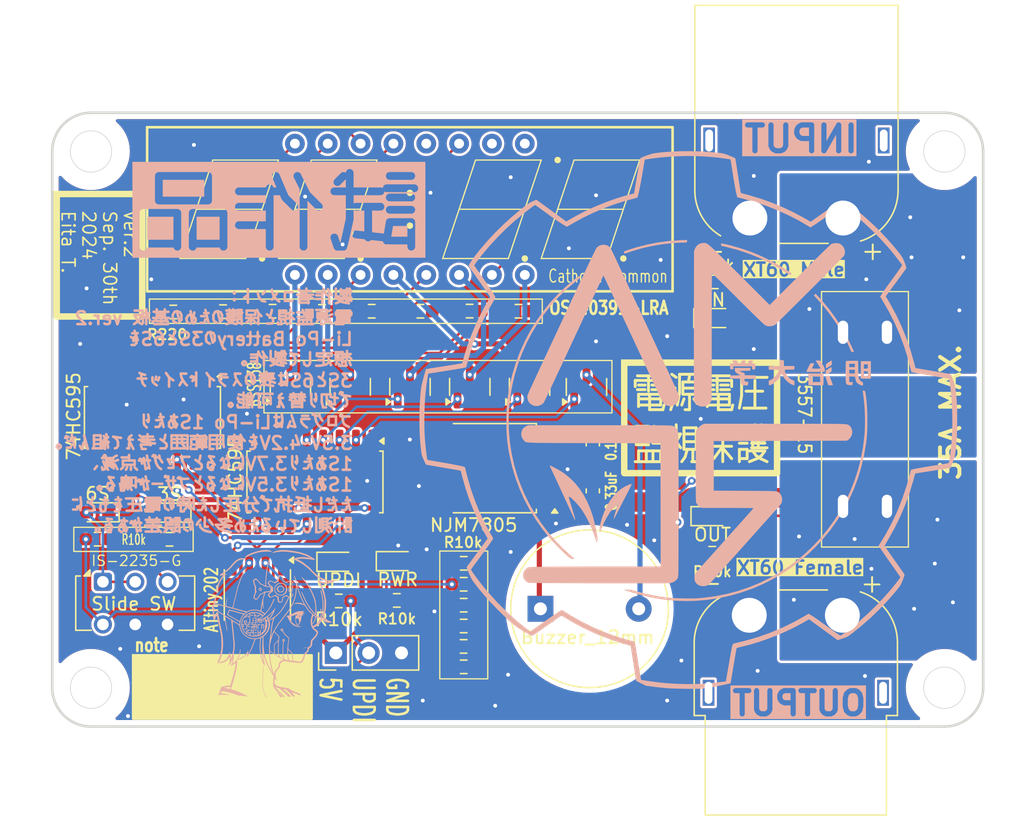
<source format=kicad_pcb>
(kicad_pcb (version 20240108) (generator "pcbnew") (generator_version "8.0")
  (layers (0 "F.Cu" signal) (31 "B.Cu" signal) (34 "B.Paste" user) (35 "F.Paste" user) (36 "B.SilkS" user "B.Silkscreen") (37 "F.SilkS" user "F.Silkscreen") (38 "B.Mask" user) (39 "F.Mask" user) (44 "Edge.Cuts" user))
  (net 0 "")
  (net 1 "+5V")
  (net 2 "Net-(BZ1--)")
  (net 3 "GND")
  (net 5 "Net-(LED1-C)")
  (net 6 "Net-(LED1-D)")
  (net 7 "digit3")
  (net 8 "Net-(LED1-B)")
  (net 9 "digit2")
  (net 10 "digit1")
  (net 11 "Net-(LED1-A)")
  (net 13 "Net-(LED1-DP)")
  (net 14 "Net-(LED1-G)")
  (net 15 "digit4")
  (net 16 "dots")
  (net 17 "Net-(LED1-F)")
  (net 18 "Net-(LED1-E)")
  (net 20 "Net-(LED2-K)")
  (net 21 "Net-(LED3-K)")
  (net 22 "Net-(LED4-K)")
  (net 23 "Net-(Q1-G)")
  (net 24 "Net-(Q2-G)")
  (net 25 "Net-(Q3-G)")
  (net 26 "Net-(Q4-G)")
  (net 27 "Net-(Q5-G)")
  (net 28 "mosfet_buzz")
  (net 29 "A")
  (net 30 "B")
  (net 31 "C")
  (net 32 "D")
  (net 33 "E")
  (net 34 "F")
  (net 35 "G")
  (net 36 "DP")
  (net 37 "Net-(U1-SER)")
  (net 38 "Net-(U1-SRCLK)")
  (net 39 "Net-(U1-QH')")
  (net 41 "Net-(U1-RCLK)")
  (net 44 "VCC")
  (net 45 "Net-(R13-Pad2)")
  (net 46 "Net-(J1-VOUT)")
  (net 47 "Net-(R14-Pad2)")
  (net 48 "Net-(R15-Pad2)")
  (net 49 "Net-(R16-Pad2)")
  (net 50 "reference")
  (net 51 "mode")
  (net 52 "Net-(LED5-K)")
  (net 53 "Net-(LED6-A)")
  (net 54 "Net-(LED6-K)")
  (net 55 "UPDI")
  (net 56 "Net-(LED7-K)")
  (footprint "Capacitor_SMD:C_0603_1608Metric_Pad1.08x0.95mm_HandSolder" (layer "F.Cu") (at 151.15 97.7425 -90)
    (property "Reference" "C2" (hide yes))
    (property "Value" "0.1uF")
  )
  (footprint "Connector_AMASS:AMASS_XT60PW-M_1x02_P7.20mm_Horizontal" (layer "F.Cu") (at 163.3 80.26)
    (property "Reference" "J2" (hide yes))
    (property "Value" "XT60_Male_Horizontal" (hide yes))
  )
  (footprint "Resistor_SMD:R_0603_1608Metric_Pad0.98x0.95mm_HandSolder" (layer "F.Cu") (at 145.4025 87.47)
    (property "Reference" "R8" (hide yes))
    (property "Value" "R220" (hide yes))
  )
  (footprint "Buzzer_Beeper:Buzzer_12x9.5RM7.6" (layer "F.Cu") (at 147.1 110.5)
    (property "Reference" "BZ1" (hide yes))
    (property "Value" "Buzzer_12mm")
  )
  (footprint "Resistor_SMD:R_0603_1608Metric_Pad0.98x0.95mm_HandSolder" (layer "F.Cu") (at 130.2075 87.48)
    (property "Reference" "R4" (hide yes))
    (property "Value" "R220" (hide yes))
  )
  (footprint "00_mylib:FuseHolder_3557_15" (layer "F.Cu") (at 172.5 96.1 -90)
    (property "Reference" "F1" (hide yes))
    (property "Value" "3557-15")
  )
  (footprint "Resistor_SMD:R_0603_1608Metric_Pad0.98x0.95mm_HandSolder" (layer "F.Cu") (at 141.1675 106.98 180)
    (property "Reference" "R18" (hide yes))
    (property "Value" "R10k")
  )
  (footprint "Package_TO_SOT_SMD:TO-252-2" (layer "F.Cu") (at 143.475 99.6175 180)
    (property "Reference" "LDO1" (hide yes))
    (property "Value" "NJM7805")
  )
  (footprint "Connector_AMASS:AMASS_XT60PW-F_1x02_P7.20mm_Horizontal" (layer "F.Cu") (at 163.25 111 180)
    (property "Reference" "J1" (hide yes))
    (property "Value" "XT60_Female_Horizontal" (hide yes))
  )
  (footprint "Resistor_SMD:R_0603_1608Metric_Pad0.98x0.95mm_HandSolder" (layer "F.Cu") (at 134.0475 87.47)
    (property "Reference" "R5" (hide yes))
    (property "Value" "R220" (hide yes))
  )
  (footprint "Resistor_SMD:R_0603_1608Metric_Pad0.98x0.95mm_HandSolder" (layer "F.Cu") (at 118.4125 105.12 180)
    (property "Reference" "R20" (hide yes))
    (property "Value" "R10k" (hide yes))
  )
  (footprint "Resistor_SMD:R_0603_1608Metric_Pad0.98x0.95mm_HandSolder" (layer "F.Cu") (at 137.8175 87.47)
    (property "Reference" "R6" (hide yes))
    (property "Value" "R220" (hide yes))
  )
  (footprint "Package_SO:SOP-16_4.55x10.3mm_P1.27mm" (layer "F.Cu") (at 129.66 100.68 -90)
    (property "Reference" "U1" (hide yes))
    (property "Value" "74HC595")
  )
  (footprint "Capacitor_SMD:C_0603_1608Metric_Pad1.08x0.95mm_HandSolder" (layer "F.Cu") (at 151.15 101.3725 90)
    (property "Reference" "C1" (hide yes))
    (property "Value" "0.33uF")
  )
  (footprint "Resistor_SMD:R_0603_1608Metric_Pad0.98x0.95mm_HandSolder" (layer "F.Cu") (at 112.8525 105.11 180)
    (property "Reference" "R19" (hide yes))
    (property "Value" "R10k")
  )
  (footprint "Resistor_SMD:R_0603_1608Metric_Pad0.98x0.95mm_HandSolder" (layer "F.Cu") (at 141.1625 111.83 180)
    (property "Reference" "R15" (hide yes))
    (property "Value" "R10k" (hide yes))
  )
  (footprint "Package_TO_SOT_SMD:SOT-23" (layer "F.Cu") (at 150.66 93.33 90)
    (property "Reference" "Q6" (hide yes))
    (property "Value" "BSS138" (hide yes))
  )
  (footprint "Button_Switch_THT:SW_CK_JS202011CQN_DPDT_Straight" (layer "F.Cu") (at 113.26 108.41)
    (property "Reference" "SW2" (hide yes))
    (property "Value" "Slide SW")
  )
  (footprint "Package_TO_SOT_SMD:SOT-23" (layer "F.Cu") (at 127.76 93.3225 90)
    (property "Reference" "Q1" (hide yes))
    (property "Value" "BSS138" (hide yes))
  )
  (footprint "Package_TO_SOT_SMD:SOT-23" (layer "F.Cu") (at 146.26 93.3225 90)
    (property "Reference" "Q5" (hide yes))
    (property "Value" "BSS138" (hide yes))
  )
  (footprint "Package_SO:SOP-16_4.55x10.3mm_P1.27mm" (layer "F.Cu") (at 117.09 95.69 -90)
    (property "Reference" "U2" (hide yes))
    (property "Value" "74HC595")
  )
  (footprint "Package_TO_SOT_SMD:SOT-23" (layer "F.Cu") (at 141.635 93.3225 90)
    (property "Reference" "Q4" (hide yes))
    (property "Value" "BSS138" (hide yes))
  )
  (footprint "Resistor_SMD:R_0603_1608Metric_Pad0.98x0.95mm_HandSolder" (layer "F.Cu") (at 118.7025 87.53)
    (property "Reference" "R1" (hide yes))
    (property "Value" "R220")
  )
  (footprint "Resistor_SMD:R_0603_1608Metric_Pad0.98x0.95mm_HandSolder" (layer "F.Cu") (at 122.5525 87.5)
    (property "Reference" "R2" (hide yes))
    (property "Value" "R220" (hide yes))
  )
  (footprint "Resistor_SMD:R_0603_1608Metric_Pad0.98x0.95mm_HandSolder" (layer "F.Cu") (at 141.1625 108.6 180)
    (property "Reference" "R17" (hide yes))
    (property "Value" "R10k" (hide yes))
  )
  (footprint "LED_SMD:LED_0603_1608Metric_Pad1.05x0.95mm_HandSolder" (layer "F.Cu") (at 160.405 103.33)
    (property "Reference" "LED3" (hide yes))
    (property "Value" "OUT")
  )
  (footprint "LED_SMD:LED_0603_1608Metric_Pad1.05x0.95mm_HandSolder" (layer "F.Cu") (at 131.475 106.86)
    (property "Reference" "LED7" (hide yes))
    (property "Value" "UPDI")
  )
  (footprint "Resistor_SMD:R_0603_1608Metric_Pad0.98x0.95mm_HandSolder" (layer "F.Cu") (at 160.5875 85.2)
    (property "Reference" "R10" (hide yes))
    (property "Value" "R10k")
  )
  (footprint "LED_SMD:LED_0603_1608Metric_Pad1.05x0.95mm_HandSolder" (layer "F.Cu") (at 160.625 88)
    (property "Reference" "LED2" (hide yes))
    (property "Value" "IN")
  )
  (footprint "00_mylib:OSL40391_CathodeCommon" (layer "F.Cu") (at 137.02 79.59)
    (property "Reference" "LED1" (hide yes))
    (property "Value" "OSL40391_CathodeCommon" (hide yes))
  )
  (footprint "Package_TO_SOT_SMD:SOT-23" (layer "F.Cu") (at 137.01 93.3225 90)
    (property "Reference" "Q3" (hide yes))
    (property "Value" "BSS138" (hide yes))
  )
  (footprint "Package_TO_SOT_SMD:SOT-23" (layer "F.Cu") (at 132.385 93.3225 90)
    (property "Reference" "Q2" (hide yes))
    (property "Value" "BSS138" (hide yes))
  )
  (footprint "Package_SO:SOIC-8_3.9x4.9mm_P1.27mm" (layer "F.Cu") (at 125.205 109.43 -90)
    (property "Reference" "U3" (hide yes))
    (property "Value" "ATtiny202")
  )
  (footprint "Resistor_SMD:R_0603_1608Metric_Pad0.98x0.95mm_HandSolder" (layer "F.Cu") (at 141.1625 114.99 180)
    (property "Reference" "R13" (hide yes))
    (property "Value" "R10k" (hide yes))
  )
  (footprint "Connector_PinHeader_2.54mm:PinHeader_1x03_P2.54mm_Vertical" (layer "F.Cu") (at 131.275 113.91 90)
    (property "Reference" "J3" (hide yes))
    (property "Value" "Conn_01x03_Pin_QI" (hide yes))
  )
  (footprint "Resistor_SMD:R_0603_1608Metric_Pad0.98x0.95mm_HandSolder" (layer "F.Cu") (at 135.99 109.85)
    (property "Reference" "R12" (hide yes))
    (property "Value" "R10k")
  )
  (footprint "Resistor_SMD:R_0603_1608Metric_Pad0.98x0.95mm_HandSolder" (layer "F.Cu") (at 160.3875 106.2)
    (property "Reference" "R11" (hide yes))
    (property "Value" "R10k")
  )
  (footprint "Resistor_SMD:R_0603_1608Metric_Pad0.98x0.95mm_HandSolder" (layer "F.Cu") (at 126.38 87.47)
    (property "Reference" "R3" (hide yes))
    (property "Value" "R220" (hide yes))
  )
  (footprint "Resistor_SMD:R_0603_1608Metric_Pad0.98x0.95mm_HandSolder" (layer "F.Cu") (at 141.6175 87.46)
    (property "Reference" "R7" (hide yes))
    (property "Value" "R220" (hide yes))
  )
  (footprint "LED_SMD:LED_0603_1608Metric_Pad1.05x0.95mm_HandSolder" (layer "F.Cu") (at 136.065 106.81)
    (property "Reference" "LED4" (hide yes))
    (property "Value" "PWR")
  )
  (footprint "LED_SMD:LED_0603_1608Metric_Pad1.05x0.95mm_HandSolder" (layer "F.Cu") (at 112.8525 103.03 180)
    (property "Reference" "LED5" (hide yes))
    (property "Value" "6S")
  )
  (footprint "Resistor_SMD:R_0603_1608Metric_Pad0.98x0.95mm_HandSolder" (layer "F.Cu") (at 131.5075 109.89)
    (property "Reference" "R21" (hide yes))
    (property "Value" "R10k")
  )
  (footprint "Resistor_SMD:R_0603_1608Metric_Pad0.98x0.95mm_HandSolder" (layer "F.Cu") (at 141.1625 110.22 180)
    (property "Reference" "R16" (hide yes))
    (property "Value" "R10k" (hide yes))
  )
  (footprint "Resistor_SMD:R_0603_1608Metric_Pad0.98x0.95mm_HandSolder" (layer "F.Cu") (at 141.155 113.41 180)
    (property "Reference" "R14" (hide yes))
    (property "Value" "R10k" (hide yes))
  )
  (footprint "LED_SMD:LED_0603_1608Metric_Pad1.05x0.95mm_HandSolder" (layer "F.Cu") (at 118.41 103.06 180)
    (property "Reference" "LED6" (hide yes))
    (property "Value" "3S")
  )
  (footprint "LOGO" (layer "B.Cu") (at 122.6 110.9 180)
    (property "Reference" "G***" (hide yes))
    (property "Value" "LOGO" (hide yes))
  )
  (footprint "LOGO" (layer "B.Cu") (at 158.53 95.89 180)
    (property "Reference" "G***" (hide yes))
    (property "Value" "LOGO" (hide yes))
  )
  (gr_rect (start 116.855 86.53) (end 147.24 88.41) (stroke (width 0.1)) (fill none) (layer "F.SilkS"))
  (gr_rect (start 153.58 91.45) (end 165.4 100) (stroke (width 0.5)) (fill none) (layer "F.SilkS"))
  (gr_rect (start 115.6 114.1) (end 129.4 119) (stroke (width 0.2)) (fill solid) (layer "F.SilkS"))
  (gr_rect (start 125.72 91.28) (end 152.63 95.34) (stroke (width 0.1)) (fill none) (layer "F.SilkS"))
  (gr_rect (start 111.01 104.19) (end 120.24 106.06) (stroke (width 0.1)) (fill none) (layer "F.SilkS"))
  (gr_rect (start 139.315 106.03) (end 143.025 115.92) (stroke (width 0.1)) (fill none) (layer "F.SilkS"))
  (gr_rect (start 109.69 78.4) (end 116.3 87.88) (stroke (width 0.5)) (fill none) (layer "F.SilkS"))
  (gr_circle (center 178.34 116.61) (end 179.94 116.61) (stroke (width 0.05)) (fill none) (layer "Edge.Cuts"))
  (gr_arc (start 109.34 75.11) (mid 110.21868 72.98868) (end 112.34 72.11) (stroke (width 0.2)) (layer "Edge.Cuts"))
  (gr_line (start 112.34 72.11) (end 178.34 72.11) (stroke (width 0.2)) (layer "Edge.Cuts"))
  (gr_line (start 178.34 119.61) (end 112.34 119.61) (stroke (width 0.2)) (layer "Edge.Cuts"))
  (gr_line (start 181.34 75.11) (end 181.34 116.61) (stroke (width 0.2)) (layer "Edge.Cuts"))
  (gr_line (start 109.34 116.61) (end 109.34 75.11) (stroke (width 0.2)) (layer "Edge.Cuts"))
  (gr_circle (center 178.34 75.11) (end 179.94 75.11) (stroke (width 0.05)) (fill none) (layer "Edge.Cuts"))
  (gr_arc (start 112.34 119.61) (mid 110.21868 118.73132) (end 109.34 116.61) (stroke (width 0.2)) (layer "Edge.Cuts"))
  (gr_circle (center 112.34 116.61) (end 113.94 116.61) (stroke (width 0.05)) (fill none) (layer "Edge.Cuts"))
  (gr_arc (start 178.34 72.11) (mid 180.46132 72.98868) (end 181.34 75.11) (stroke (width 0.2)) (layer "Edge.Cuts"))
  (gr_arc (start 181.34 116.61) (mid 180.46132 118.73132) (end 178.34 119.61) (stroke (width 0.2)) (layer "Edge.Cuts"))
  (gr_circle (center 112.34 75.11) (end 113.94 75.11) (stroke (width 0.05)) (fill none) (layer "Edge.Cuts"))
  (gr_text "試作品" (at 138.22 83.12 0) (layer "B.SilkS" knockout) (effects (font (size 5 5) (thickness 0.6) (bold yes)) (justify left bottom mirror)))
  (gr_text "INPUT" (at 171.86 75.32 0) (layer "B.SilkS" knockout) (effects (font (size 2 2) (thickness 0.4) (bold yes)) (justify left bottom mirror)))
  (gr_text "OUTPUT" (at 172.48 118.87 0) (layer "B.SilkS" knockout) (effects (font (size 1.8 1.8) (thickness 0.4) (bold yes)) (justify left bottom mirror)))
  (gr_text "製作者コメント：\n電源監視と保護のための基板 ver.2\nLi-Po Batteryの3Sと6Sを\n想定して製作。\n3Sと6Sは表のスライドスイッチ\nで切り替え可能。\nプログラムはLi-Po 1Sあたり\n3.5V~4.2Vを使用範囲と考えて組んだ。\n1Sあたり3.7Vになると7セグが点滅、\n1Sあたり3.5Vになるとブザーが鳴る。\nただし抵抗で分圧した時の電圧をもとに\n計測しているため多少の誤差がある。" (at 132.7 104.7 0) (layer "B.SilkS") (effects (font (size 1 1) (thickness 0.2) (bold yes)) (justify left bottom mirror)))
  (gr_text "ver.2\nSep. 30th\n2024\nEita T." (at 109.98 79.61 270) (layer "F.SilkS") (effects (font (size 1 1) (thickness 0.125)) (justify left bottom)))
  (gr_text "XT60 Female" (at 162.2 107.9 0) (layer "F.SilkS" knockout) (effects (font (size 1 1) (thickness 0.2) (bold yes)) (justify left bottom)))
  (gr_text "IS-2235-G" (at 112.3 107.25 0) (layer "F.SilkS") (effects (font (size 0.8 0.8) (thickness 0.1)) (justify left bottom)))
  (gr_text "BSS138" (at 125.57 94.95 90) (layer "F.SilkS") (effects (font (size 1 0.6) (thickness 0.125)) (justify left bottom)))
  (gr_text "note" (at 115.6 113.9 0) (layer "F.SilkS") (effects (font (size 1 0.8) (thickness 0.2) (bold yes)) (justify left bottom)))
  (gr_text "XT60 Male" (at 162.68 84.84 0) (layer "F.SilkS" knockout) (effects (font (size 1 1) (thickness 0.2) (bold yes)) (justify left bottom)))
  (gr_text "35A MAX." (at 179.7 100.7 90) (layer "F.SilkS") (effects (font (size 1.5 1.5) (thickness 0.3) (bold yes)) (justify left bottom)))
  (gr_text "電源電圧\n監視保護" (at 154.11 99.43 0) (layer "F.SilkS") (effects (font (size 2.5 1.8) (thickness 0.225)) (justify left bottom)))
  (gr_text "OSL40391-LRA" (at 147.67 87.8 0) (layer "F.SilkS") (effects (font (size 1 0.8) (thickness 0.2) (bold yes)) (justify left bottom)))
  (gr_text "GND\nUPDI\n5V" (at 129.895 115.68 270) (layer "F.SilkS") (effects (font (size 1.6 1) (thickness 0.2) (bold yes)) (justify left bottom)))
  (segment (start 127.155 106.955) (end 127.11 106.955) (width 0.4) (layer "F.Cu") (net 1))
  (segment (start 137.4825 102.9175) (end 139.6 102.9175) (width 0.4) (layer "F.Cu") (net 1))
  (segment (start 147.015 98.8375) (end 147.015 110.415) (width 0.4) (layer "F.Cu") (net 1))
  (segment (start 147.015 110.415) (end 147.1 110.5) (width 0.4) (layer "F.Cu") (net 1))
  (segment (start 132.8 105.985) (end 133.8 105.985) (width 0.4) (layer "F.Cu") (net 1))
  (segment (start 136.94 106.81) (end 136.94 105.5775) (width 0.2) (layer "F.Cu") (net 1))
  (segment (start 139.6 102.9175) (end 145.441168 102.9175) (width 0.4) (layer "F.Cu") (net 1))
  (segment (start 129.5 109.3) (end 127.155 106.955) (width 0.4) (layer "F.Cu") (net 1))
  (segment (start 134.105 104.68) (end 132.8 105.985) (width 0.4) (layer "F.Cu") (net 1))
  (segment (start 151.15 96.88) (end 148.9725 96.88) (width 1.5) (layer "F.Cu") (net 1))
  (segment (start 132.925 106.86) (end 133.8 105.985) (width 0.4) (layer "F.Cu") (net 1))
  (segment (start 126.485 103.93) (end 126.485 103.485) (width 0.4) (layer "F.Cu") (net 1))
  (segment (start 146 98.4) (end 146 102.358668) (width 0.4) (layer "F.Cu") (net 1))
  (segment (start 148.9725 96.88) (end 148.515 97.3375) (width 1.5) (layer "F.Cu") (net 1))
  (segment (start 133.8 105.985) (end 134.415 105.985) (width 0.4) (layer "F.Cu") (net 1))
  (segment (start 126.485 103.485) (end 125.7 102.7) (width 0.4) (layer "F.Cu") (net 1))
  (segment (start 127.11 106.955) (end 128.08 105.985) (width 0.4) (layer "F.Cu") (net 1))
  (segment (start 148.515 97.3375) (end 147.0625 97.3375) (width 0.4) (layer "F.Cu") (net 1))
  (segment (start 147.0625 97.3375) (end 146 98.4) (width 0.4) (layer "F.Cu") (net 1))
  (segment (start 112.7275 107.8775) (end 113.26 108.41) (width 0.2) (layer "F.Cu") (net 1))
  (segment (start 133.3075 107.8175) (end 132.35 106.86) (width 0.4) (layer "F.Cu") (net 1))
  (segment (start 116.227501 102.0525) (end 124.6475 102.0525) (width 0.4) (layer "F.Cu") (net 1))
  (segment (start 145.441168 102.9175) (end 146 102.358668) (width 0.4) (layer "F.Cu") (net 1))
  (segment (start 121.535 98.94) (end 124.6475 102.0525) (width 0.4) (layer "F.Cu") (net 1))
  (segment (start 136.94 105.5775) (end 139.6 102.9175) (width 0.2) (layer "F.Cu") (net 1))
  (segment (start 134.415 105.985) (end 137.4825 102.9175) (width 0.4) (layer "F.Cu") (net 1))
  (segment (start 125.295 102.7) (end 125.7 102.7) (width 0.4) (layer "F.Cu") (net 1))
  (segment (start 125.7 102.7) (end 128.4 102.7) (width 0.4) (layer "F.Cu") (net 1))
  (segment (start 124.6475 102.0525) (end 125.295 102.7) (width 0.4) (layer "F.Cu") (net 1))
  (segment (start 113.915 99.739999) (end 116.227501 102.0525) (width 0.4) (layer "F.Cu") (net 1))
  (segment (start 134.105 103.93) (end 134.105 104.68) (width 0.4) (layer "F.Cu") (net 1))
  (segment (start 133.3075 111.8775) (end 133.3075 107.8175) (width 0.4) (layer "F.Cu") (net 1))
  (segment (start 132.35 106.86) (end 132.925 106.86) (width 0.4) (layer "F.Cu") (net 1))
  (segment (start 131.275 113.91) (end 133.3075 111.8775) (width 0.4) (layer "F.Cu") (net 1))
  (segment (start 133.5 102.7) (end 137.265 102.7) (width 0.4) (layer "F.Cu") (net 1))
  (segment (start 137.265 102.7) (end 137.4825 102.9175) (width 0.4) (layer "F.Cu") (net 1))
  (segment (start 131.275 113.91) (end 129.5 112.135) (width 0.4) (layer "F.Cu") (net 1))
  (segment (start 113.915 98.94) (end 113.915 99.739999) (width 0.4) (layer "F.Cu") (net 1))
  (segment (start 113.26 108.41) (end 115.76 108.41) (width 0.2) (layer "F.Cu") (net 1))
  (segment (start 129.5 112.135) (end 129.5 109.3) (width 0.4) (layer "F.Cu") (net 1))
  (segment (start 128.08 105.985) (end 132.8 105.985) (width 0.4) (layer "F.Cu") (net 1))
  (segment (start 147.015 98.8375) (end 148.515 97.3375) (width 0.4) (layer "F.Cu") (net 1))
  (via (at 133.5 102.7) (size 0.6) (drill 0.3) (layers "F.Cu" "B.Cu") (net 1))
  (via (at 111.9775 103.03) (size 0.6) (drill 0.3) (layers "F.Cu" "B.Cu") (net 1))
  (via (at 128.4 102.7) (size 0.6) (drill 0.3) (layers "F.Cu" "B.Cu") (net 1))
  (via (at 116.227501 102.0525) (size 0.6) (drill 0.3) (layers "F.Cu" "B.Cu") (net 1))
  (segment (start 113.26 104.3125) (end 113.26 108.41) (width 0.2) (layer "B.Cu") (net 1))
  (segment (start 111.9775 103.03) (end 113.26 104.3125) (width 0.2) (layer "B.Cu") (net 1))
  (segment (start 111.9775 103.03) (end 115.250001 103.03) (width 0.2) (layer "B.Cu") (net 1))
  (segment (start 115.250001 103.03) (end 116.227501 102.0525) (width 0.2) (layer "B.Cu") (net 1))
  (segment (start 128.4 102.7) (end 133.5 102.7) (width 0.4) (layer "B.Cu") (net 1))
  (via (at 150.66 92.3925) (size 0.6) (drill 0.3) (layers "F.Cu" "B.Cu") (net 2))
  (segment (start 154.8 110.4) (end 154.7 110.5) (width 0.4) (layer "B.Cu") (net 2))
  (segment (start 154.8 96.5325) (end 154.8 110.4) (width 0.4) (layer "B.Cu") (net 2))
  (segment (start 154.8 96.5325) (end 150.66 92.3925) (width 0.4) (layer "B.Cu") (net 2))
  (via (at 163.6 77) (size 0.6) (drill 0.3) (layers "F.Cu" "B.Cu") (net 3))
  (via (at 133.7 100.6) (size 0.6) (drill 0.3) (layers "F.Cu" "B.Cu") (net 3))
  (via (at 131.8 82.3) (size 0.6) (drill 0.3) (layers "F.Cu" "B.Cu") (net 3))
  (via (at 120.3 74.6) (size 0.6) (drill 0.3) (layers "F.Cu" "B.Cu") (net 3))
  (via (at 119.5 94.3) (size 0.6) (drill 0.3) (layers "F.Cu" "B.Cu") (net 3))
  (via (at 137 97.4) (size 0.6) (drill 0.3) (layers "F.Cu" "B.Cu") (net 3))
  (via (at 138.6 78.3) (size 0.6) (drill 0.3) (layers "F.Cu" "B.Cu") (net 3))
  (via (at 156.9 89.4) (size 0.6) (drill 0.3) (layers "F.Cu" "B.Cu") (net 3))
  (via (at 137.7 101) (size 0.6) (drill 0.3) (layers "F.Cu" "B.Cu") (net 3))
  (via (at 163.6 90.4) (size 0.6) (drill 0.3) (layers "F.Cu" "B.Cu") (net 3))
  (via (at 149.3 82.6) (size 0.6) (drill 0.3) (layers "F.Cu" "B.Cu") (net 3))
  (via (at 144.8 106.1) (size 0.6) (drill 0.3) (layers "F.Cu" "B.Cu") (net 3))
  (via (at 138 117.6) (size 0.6) (drill 0.3) (layers "F.Cu" "B.Cu") (net 3))
  (via (at 155.9 105.2) (size 0.6) (drill 0.3) (layers "F.Cu" "B.Cu") (net 3))
  (via (at 138.9 110.7) (size 0.6) (drill 0.3) (layers "F.Cu" "B.Cu") (net 3))
  (via (at 151.4 89.8) (size 0.6) (drill 0.3) (layers "F.Cu" "B.Cu") (net 3))
  (via (at 153.8 104) (size 0.6) (drill 0.3) (layers "F.Cu" "B.Cu") (net 3))
  (via (at 172.5 75.9) (size 0.6) (drill 0.3) (layers "F.Cu" "B.Cu") (net 3))
  (via (at 120.7 113.4) (size 0.6) (drill 0.3) (layers "F.Cu" "B.Cu") (net 3))
  (via (at 156.9 117.6) (size 0.6) (drill 0.3) (layers "F.Cu" "B.Cu") (net 3))
  (via (at 159.5 95.8) (size 0.6) (drill 0.3) (layers "F.Cu" "B.Cu") (net 3))
  (via (at 163.9 115.3) (size 0.6) (drill 0.3) (layers "F.Cu" "B.Cu") (net 3))
  (via (at 111.5 90) (size 0.6) (drill 0.3) (layers "F.Cu" "B.Cu") (net 3))
  (via (at 144.6 115.6) (size 0.6) (drill 0.3) (layers "F.Cu" "B.Cu") (net 3))
  (via (at 151.4 78.5) (size 0.6) (drill 0.3) (layers "F.Cu" "B.Cu") (net 3))
  (via (at 138.3 105.9) (size 0.6) (drill 0.3) (layers "F.Cu" "B.Cu") (net 3))
  (via (at 128.9 78.6) (size 0.6) (drill 0.3) (layers "F.Cu" "B.Cu") (net 3))
  (via (at 156.4 83.5) (size 0.6) (drill 0.3) (layers "F.Cu" "B.Cu") (net 3))
  (via (at 136.1 105.6) (size 0.6) (drill 0.3) (layers "F.Cu" "B.Cu") (net 3))
  (via (at 114.6 113.6) (size 0.6) (drill 0.3) (layers "F.Cu" "B.Cu") (net 3))
  (via (at 158 114.5) (size 0.6) (drill 0.3) (layers "F.Cu" "B.Cu") (net 3))
  (via (at 148.3 103.9) (size 0.6) (drill 0.3) (layers "F.Cu" "B.Cu") (net 3))
  (via (at 143.6 118) (size 0.6) (drill 0.3) (layers "F.Cu" "B.Cu") (net 3))
  (via (at 172.2 115.7) (size 0.6) (drill 0.3) (layers "F.Cu" "B.Cu") (net 3))
  (via (at 149.2 99.7) (size 0.6) (drill 0.3) (layers "F.Cu" "B.Cu") (net 3))
  (via (at 115.1 94.7) (size 0.6) (drill 0.3) (layers "F.Cu" "B.Cu") (net 3))
  (via (at 124.4 95.4) (size 0.6) (drill 0.3) (layers "F.Cu" "B.Cu") (net 3))
  (via (at 117 85) (size 0.6) (drill 0.3) (layers "F.Cu" "B.Cu") (net 3))
  (via (at 112 85.7) (size 0.6) (drill 0.3) (layers "F.Cu" "B.Cu") (net 3))
  (via (at 115.2 118.8) (size 0.6) (drill 0.3) (layers "F.Cu" "B.Cu") (net 3))
  (via (at 144.8 77.1) (size 0.6) (drill 0.3) (layers "F.Cu" "B.Cu") (net 3))
  (segment (start 125.4675 84.7625) (end 135.73 74.5) (width 0.2) (layer "F.Cu") (net 5))
  (segment (start 125.4675 87.47) (end 125.4675 84.7625) (width 0.2) (layer "F.Cu") (net 5))
  (segment (start 131.12 86.73) (end 133.19 84.66) (width 0.2) (layer "F.Cu") (net 6))
  (segment (start 131.12 87.48) (end 131.12 86.73) (width 0.2) (layer "F.Cu") (net 6))
  (via (at 137.01 92.385) (size 0.6) (drill 0.3) (layers "F.Cu" "B.Cu") (net 7))
  (segment (start 142.7 90.28995) (end 142.08995 90.9) (width 0.4) (layer "B.Cu") (net 7))
  (segment (start 138.495 90.9) (end 137.01 92.385) (width 0.4) (layer "B.Cu") (net 7))
  (segment (start 142.08995 90.9) (end 138.495 90.9) (width 0.4) (layer "B.Cu") (net 7))
  (segment (start 142.7 86.55) (end 142.7 90.28995) (width 0.4) (layer "B.Cu") (net 7))
  (segment (start 140.81 84.66) (end 142.7 86.55) (width 0.4) (layer "B.Cu") (net 7))
  (segment (start 121.64 80.97) (end 121.64 87.5) (width 0.2) (layer "F.Cu") (net 8))
  (segment (start 128.11 74.5) (end 121.64 80.97) (width 0.2) (layer "F.Cu") (net 8))
  (via (at 132.385 92.385) (size 0.6) (drill 0.3) (layers "F.Cu" "B.Cu") (net 9))
  (segment (start 130.65 84.66) (end 130.65 90.65) (width 0.4) (layer "B.Cu") (net 9))
  (segment (start 130.65 90.65) (end 132.385 92.385) (width 0.4) (layer "B.Cu") (net 9))
  (via (at 127.76 92.385) (size 0.6) (drill 0.3) (layers "F.Cu" "B.Cu") (net 10))
  (segment (start 128.11 92.035) (end 127.76 92.385) (width 0.4) (layer "B.Cu") (net 10))
  (segment (start 128.11 84.66) (end 128.11 92.035) (width 0.4) (layer "B.Cu") (net 10))
  (segment (start 127.670105 73.438) (end 132.128 73.438) (width 0.2) (layer "F.Cu") (net 11))
  (segment (start 117.79 83.318105) (end 127.670105 73.438) (width 0.2) (layer "F.Cu") (net 11))
  (segment (start 132.128 73.438) (end 133.19 74.5) (width 0.2) (layer "F.Cu") (net 11))
  (segment (start 117.79 87.53) (end 117.79 83.318105) (width 0.2) (layer "F.Cu") (net 11))
  (segment (start 146.952 84.220105) (end 146.952 86.833) (width 0.2) (layer "F.Cu") (net 13))
  (segment (start 143.35 84.66) (end 144.412 83.598) (width 0.2) (layer "F.Cu") (net 13))
  (segment (start 144.412 83.598) (end 146.329895 83.598) (width 0.2) (layer "F.Cu") (net 13))
  (segment (start 146.952 86.833) (end 146.315 87.47) (width 0.2) (layer "F.Cu") (net 13))
  (segment (start 146.329895 83.598) (end 146.952 84.220105) (width 0.2) (layer "F.Cu") (net 13))
  (segment (start 138.798 83.598) (end 127.670105 83.598) (width 0.2) (layer "F.Cu") (net 14))
  (segment (start 139.332 84.132) (end 138.798 83.598) (width 0.2) (layer "F.Cu") (net 14))
  (segment (start 127.670105 83.598) (end 126.3 84.968105) (width 0.2) (layer "F.Cu") (net 14))
  (segment (start 124.68 87.98) (end 124.68 80.47) (width 0.2) (layer "F.Cu") (net 14))
  (segment (start 140.705 87.46) (end 139.332 86.087) (width 0.2) (layer "F.Cu") (net 14))
  (segment (start 124.945 88.245) (end 124.68 87.98) (width 0.2) (layer "F.Cu") (net 14))
  (segment (start 126.3 84.968105) (end 126.3 87.9) (width 0.2) (layer "F.Cu") (net 14))
  (segment (start 125.955 88.245) (end 124.945 88.245) (width 0.2) (layer "F.Cu") (net 14))
  (segment (start 126.3 87.9) (end 125.955 88.245) (width 0.2) (layer "F.Cu") (net 14))
  (segment (start 139.332 86.087) (end 139.332 84.132) (width 0.2) (layer "F.Cu") (net 14))
  (segment (start 124.68 80.47) (end 130.65 74.5) (width 0.2) (layer "F.Cu") (net 14))
  (via (at 141.635 92.385) (size 0.6) (drill 0.3) (layers "F.Cu" "B.Cu") (net 15))
  (segment (start 145.89 88.13) (end 141.635 92.385) (width 0.4) (layer "B.Cu") (net 15))
  (segment (start 145.89 84.66) (end 145.89 88.13) (width 0.4) (layer "B.Cu") (net 15))
  (segment (start 142 90) (end 143.875 90) (width 0.4) (layer "F.Cu") (net 16))
  (segment (start 143.875 90) (end 146.26 92.385) (width 0.4) (layer "F.Cu") (net 16))
  (via (at 142 90) (size 0.6) (drill 0.3) (layers "F.Cu" "B.Cu") (net 16))
  (segment (start 135.73 84.66) (end 141.07 90) (width 0.4) (layer "B.Cu") (net 16))
  (segment (start 141.07 90) (end 142 90) (width 0.4) (layer "B.Cu") (net 16))
  (segment (start 139.9175 87.926722) (end 140.290778 88.3) (width 0.2) (layer "F.Cu") (net 17))
  (segment (start 141.4925 87.95) (end 141.4925 86.8605) (width 0.2) (layer "F.Cu") (net 17))
  (segment (start 140.290778 88.3) (end 141.1425 88.3) (width 0.2) (layer "F.Cu") (net 17))
  (segment (start 139.732 85.1) (end 139.732 75.578) (width 0.2) (layer "F.Cu") (net 17))
  (segment (start 139.209222 86.695) (end 139.9175 87.403278) (width 0.2) (layer "F.Cu") (net 17))
  (segment (start 139.9175 87.403278) (end 139.9175 87.926722) (width 0.2) (layer "F.Cu") (net 17))
  (segment (start 136.905 87.47) (end 137.68 86.695) (width 0.2) (layer "F.Cu") (net 17))
  (segment (start 141.1425 88.3) (end 141.4925 87.95) (width 0.2) (layer "F.Cu") (net 17))
  (segment (start 137.68 86.695) (end 139.209222 86.695) (width 0.2) (layer "F.Cu") (net 17))
  (segment (start 139.732 75.578) (end 140.81 74.5) (width 0.2) (layer "F.Cu") (net 17))
  (segment (start 141.4925 86.8605) (end 139.732 85.1) (width 0.2) (layer "F.Cu") (net 17))
  (segment (start 134.96 87.47) (end 135.46 87.47) (width 0.2) (layer "F.Cu") (net 18))
  (segment (start 135.46 87.47) (end 138.27 84.66) (width 0.2) (layer "F.Cu") (net 18))
  (segment (start 159.675 85.2) (end 159.675 87.925) (width 0.2) (layer "F.Cu") (net 20))
  (segment (start 159.675 87.925) (end 159.75 88) (width 0.2) (layer "F.Cu") (net 20))
  (segment (start 159.53 103.33) (end 159.53 106.145) (width 0.2) (layer "F.Cu") (net 21))
  (segment (start 159.53 106.145) (end 159.475 106.2) (width 0.2) (layer "F.Cu") (net 21))
  (segment (start 135.19 109.7375) (end 135.0775 109.85) (width 0.2) (layer "F.Cu") (net 22))
  (segment (start 135.19 106.81) (end 135.19 109.7375) (width 0.2) (layer "F.Cu") (net 22))
  (segment (start 126.485 97.43) (end 126.485 94.585) (width 0.2) (layer "F.Cu") (net 23))
  (segment (start 126.485 94.585) (end 126.81 94.26) (width 0.2) (layer "F.Cu") (net 23))
  (segment (start 127.755 97.43) (end 127.755 96.630001) (width 0.2) (layer "F.Cu") (net 24))
  (segment (start 130.125001 94.26) (end 131.435 94.26) (width 0.2) (layer "F.Cu") (net 24))
  (segment (start 127.755 96.630001) (end 130.125001 94.26) (width 0.2) (layer "F.Cu") (net 24))
  (via (at 129.025 97.43) (size 0.6) (drill 0.3) (layers "F.Cu" "B.Cu") (net 25))
  (via (at 136.06 94.26) (size 0.6) (drill 0.3) (layers "F.Cu" "B.Cu") (net 25))
  (segment (start 129.025 97.43) (end 132.195 94.26) (width 0.2) (layer "B.Cu") (net 25))
  (segment (start 132.195 94.26) (end 136.06 94.26) (width 0.2) (layer "B.Cu") (net 25))
  (via (at 130.295 97.43) (size 0.6) (drill 0.3) (layers "F.Cu" "B.Cu") (net 26))
  (via (at 140.685 94.26) (size 0.6) (drill 0.3) (layers "F.Cu" "B.Cu") (net 26))
  (segment (start 140.085 94.86) (end 140.685 94.26) (width 0.2) (layer "B.Cu") (net 26))
  (segment (start 132.865 94.86) (end 140.085 94.86) (width 0.2) (layer "B.Cu") (net 26))
  (segment (start 130.295 97.43) (end 132.865 94.86) (width 0.2) (layer "B.Cu") (net 26))
  (via (at 131.565 97.43) (size 0.6) (drill 0.3) (layers "F.Cu" "B.Cu") (net 27))
  (via (at 145.31 94.26) (size 0.6) (drill 0.3) (layers "F.Cu" "B.Cu") (net 27))
  (segment (start 133.735 95.26) (end 144.31 95.26) (width 0.2) (layer "B.Cu") (net 27))
  (segment (start 144.31 95.26) (end 145.31 94.26) (width 0.2) (layer "B.Cu") (net 27))
  (segment (start 131.565 97.43) (end 133.735 95.26) (width 0.2) (layer "B.Cu") (net 27))
  (via (at 132.835 97.43) (size 0.6) (drill 0.3) (layers "F.Cu" "B.Cu") (net 28))
  (via (at 149.71 94.2675) (size 0.6) (drill 0.3) (layers "F.Cu" "B.Cu") (net 28))
  (segment (start 134.605 95.66) (end 148.3175 95.66) (width 0.2) (layer "B.Cu") (net 28))
  (segment (start 132.835 97.43) (end 134.605 95.66) (width 0.2) (layer "B.Cu") (net 28))
  (segment (start 148.3175 95.66) (end 149.71 94.2675) (width 0.2) (layer "B.Cu") (net 28))
  (segment (start 117.595 88.305) (end 113.915 91.985) (width 0.2) (layer "F.Cu") (net 29))
  (segment (start 113.915 91.985) (end 113.915 92.44) (width 0.2) (layer "F.Cu") (net 29))
  (segment (start 119.615 87.53) (end 118.84 88.305) (width 0.2) (layer "F.Cu") (net 29))
  (segment (start 118.84 88.305) (end 117.595 88.305) (width 0.2) (layer "F.Cu") (net 29))
  (segment (start 117.760686 88.705) (end 115.185 91.280686) (width 0.2) (layer "F.Cu") (net 30))
  (segment (start 115.185 91.280686) (end 115.185 92.44) (width 0.2) (layer "F.Cu") (net 30))
  (segment (start 123.465 87.5) (end 122.26 88.705) (width 0.2) (layer "F.Cu") (net 30))
  (segment (start 122.26 88.705) (end 117.760686 88.705) (width 0.2) (layer "F.Cu") (net 30))
  (segment (start 127.2925 87.47) (end 127.2925 87.473186) (width 0.2) (layer "F.Cu") (net 31))
  (segment (start 125.660686 89.105) (end 117.926372 89.105) (width 0.2) (layer "F.Cu") (net 31))
  (segment (start 116.455 90.576372) (end 116.455 92.44) (width 0.2) (layer "F.Cu") (net 31))
  (segment (start 127.2925 87.473186) (end 125.660686 89.105) (width 0.2) (layer "F.Cu") (net 31))
  (segment (start 117.926372 89.105) (end 116.455 90.576372) (width 0.2) (layer "F.Cu") (net 31))
  (segment (start 127.27 89.505) (end 119.6 89.505) (width 0.2) (layer "F.Cu") (net 32))
  (segment (start 129.295 87.48) (end 127.27 89.505) (width 0.2) (layer "F.Cu") (net 32))
  (segment (start 119.6 89.505) (end 117.725 91.38) (width 0.2) (layer "F.Cu") (net 32))
  (segment (start 117.725 91.38) (end 117.725 92.44) (width 0.2) (layer "F.Cu") (net 32))
  (segment (start 133.135 87.47) (end 130.7 89.905) (width 0.2) (layer "F.Cu") (net 33))
  (segment (start 130.7 89.905) (end 120.4 89.905) (width 0.2) (layer "F.Cu") (net 33))
  (segment (start 120.4 89.905) (end 118.995 91.31) (width 0.2) (layer "F.Cu") (net 33))
  (segment (start 118.995 91.31) (end 118.995 92.44) (width 0.2) (layer "F.Cu") (net 33))
  (segment (start 120.265 91.635) (end 121.595 90.305) (width 0.2) (layer "F.Cu") (net 34))
  (segment (start 120.265 92.44) (end 120.265 91.635) (width 0.2) (layer "F.Cu") (net 34))
  (segment (start 135.895 90.305) (end 138.73 87.47) (width 0.2) (layer "F.Cu") (net 34))
  (segment (start 121.595 90.305) (end 135.895 90.305) (width 0.2) (layer "F.Cu") (net 34))
  (segment (start 139.303186 90.705) (end 142.53 87.478186) (width 0.2) (layer "F.Cu") (net 35))
  (segment (start 121.535 92.44) (end 121.535 91.27) (width 0.2) (layer "F.Cu") (net 35))
  (segment (start 122.1 90.705) (end 139.303186 90.705) (width 0.2) (layer "F.Cu") (net 35))
  (segment (start 121.535 91.27) (end 122.1 90.705) (width 0.2) (layer "F.Cu") (net 35))
  (segment (start 142.53 87.478186) (end 142.53 87.46) (width 0.2) (layer "F.Cu") (net 35))
  (segment (start 142.338872 88.235) (end 139.468872 91.105) (width 0.2) (layer "F.Cu") (net 36))
  (segment (start 139.468872 91.105) (end 124.695 91.105) (width 0.2) (layer "F.Cu") (net 36))
  (segment (start 124.695 91.105) (end 120.265 95.535) (width 0.2) (layer "F.Cu") (net 36))
  (segment (start 120.265 95.535) (end 120.265 98.94) (width 0.2) (layer "F.Cu") (net 36))
  (segment (start 144.49 87.47) (end 143.725 88.235) (width 0.2) (layer "F.Cu") (net 36))
  (segment (start 143.725 88.235) (end 142.338872 88.235) (width 0.2) (layer "F.Cu") (net 36))
  (segment (start 123.69 105.590001) (end 123.3 105.980001) (width 0.2) (layer "F.Cu") (net 37))
  (segment (start 123.69 105.59) (end 123.69 105.590001) (width 0.2) (layer "F.Cu") (net 37))
  (segment (start 123.3 105.980001) (end 123.3 106.955) (width 0.2) (layer "F.Cu") (net 37))
  (via (at 131.565 103.93) (size 0.6) (drill 0.3) (layers "F.Cu" "B.Cu") (net 37))
  (via (at 123.69 105.59) (size 0.6) (drill 0.3) (layers "F.Cu" "B.Cu") (net 37))
  (segment (start 123.69 105.59) (end 123.8 105.48) (width 0.2) (layer "B.Cu") (net 37))
  (segment (start 130.015 105.48) (end 131.565 103.93) (width 0.2) (layer "B.Cu") (net 37))
  (segment (start 123.8 105.48) (end 130.015 105.48) (width 0.2) (layer "B.Cu") (net 37))
  (segment (start 123.3 110.6) (end 123.3 111.905) (width 0.2) (layer "F.Cu") (net 38))
  (segment (start 115.185 99.739999) (end 116.797501 101.3525) (width 0.2) (layer "F.Cu") (net 38))
  (segment (start 127.755 103.93) (end 127.755 104.100552) (width 0.2) (layer "F.Cu") (net 38))
  (segment (start 125.97 105.03) (end 125.17 105.83) (width 0.2) (layer "F.Cu") (net 38))
  (segment (start 116.797501 101.3525) (end 119 101.3525) (width 0.2) (layer "F.Cu") (net 38))
  (segment (start 127.755 104.100552) (end 126.825552 105.03) (width 0.2) (layer "F.Cu") (net 38))
  (segment (start 125.17 105.83) (end 125.17 108.73) (width 0.2) (layer "F.Cu") (net 38))
  (segment (start 122.7 105) (end 122.71 104.99) (width 0.2) (layer "F.Cu") (net 38))
  (segment (start 124.33 104.99) (end 125.17 105.83) (width 0.2) (layer "F.Cu") (net 38))
  (segment (start 115.185 98.94) (end 115.185 99.739999) (width 0.2) (layer "F.Cu") (net 38))
  (segment (start 122.71 104.99) (end 124.33 104.99) (width 0.2) (layer "F.Cu") (net 38))
  (segment (start 126.825552 105.03) (end 125.97 105.03) (width 0.2) (layer "F.Cu") (net 38))
  (segment (start 125.17 108.73) (end 123.3 110.6) (width 0.2) (layer "F.Cu") (net 38))
  (via (at 122.7 105) (size 0.6) (drill 0.3) (layers "F.Cu" "B.Cu") (net 38))
  (via (at 119 101.3525) (size 0.6) (drill 0.3) (layers "F.Cu" "B.Cu") (net 38))
  (segment (start 122.7 105) (end 122.6475 105) (width 0.2) (layer "B.Cu") (net 38))
  (segment (start 122.6475 105) (end 119 101.3525) (width 0.2) (layer "B.Cu") (net 38))
  (via (at 118.995 98.94) (size 0.6) (drill 0.3) (layers "F.Cu" "B.Cu") (net 39))
  (via (at 125.215 103.89) (size 0.6) (drill 0.3) (layers "F.Cu" "B.Cu") (net 39))
  (segment (start 118.995 98.94) (end 123.945 103.89) (width 0.2) (layer "B.Cu") (net 39))
  (segment (start 123.945 103.89) (end 125.215 103.89) (width 0.2) (layer "B.Cu") (net 39))
  (segment (start 129.025 104.729999) (end 128.324999 105.43) (width 0.2) (layer "F.Cu") (net 41))
  (segment (start 116.455 99.739999) (end 117.467501 100.7525) (width 0.2) (layer "F.Cu") (net 41))
  (segment (start 129.025 103.93) (end 129.025 104.729999) (width 0.2) (layer "F.Cu") (net 41))
  (segment (start 117.467501 100.7525) (end 119.3525 100.7525) (width 0.2) (layer "F.Cu") (net 41))
  (segment (start 128.324999 105.43) (end 127.01 105.43) (width 0.2) (layer "F.Cu") (net 41))
  (segment (start 126.44 111.305) (end 125.84 111.905) (width 0.2) (layer "F.Cu") (net 41))
  (segment (start 127.01 105.43) (end 126.44 106) (width 0.2) (layer "F.Cu") (net 41))
  (segment (start 126.44 106) (end 126.44 111.305) (width 0.2) (layer "F.Cu") (net 41))
  (segment (start 116.455 98.94) (end 116.455 99.739999) (width 0.2) (layer "F.Cu") (net 41))
  (segment (start 119.3525 100.7525) (end 119.9 101.3) (width 0.2) (layer "F.Cu") (net 41))
  (via (at 119.9 101.3) (size 0.6) (drill 0.3) (layers "F.Cu" "B.Cu") (net 41))
  (via (at 129.025 103.93) (size 0.6) (drill 0.3) (layers "F.Cu" "B.Cu") (net 41))
  (segment (start 119.9 101.3) (end 123.09 104.49) (width 0.2) (layer "B.Cu") (net 41))
  (segment (start 128.465 104.49) (end 129.025 103.93) (width 0.2) (layer "B.Cu") (net 41))
  (segment (start 123.09 104.49) (end 128.465 104.49) (width 0.2) (layer "B.Cu") (net 41))
  (segment (start 157.7 113.5) (end 154 117.2) (width 0.2) (layer "F.Cu") (net 44))
  (segment (start 143.5 117.2) (end 142.075 115.775) (width 0.2) (layer "F.Cu") (net 44))
  (segment (start 154 117.2) (end 143.5 117.2) (width 0.2) (layer "F.Cu") (net 44))
  (segment (start 161.5 88) (end 169.4 88) (width 0.2) (layer "F.Cu") (net 44))
  (segment (start 142.075 115.775) (end 142.075 114.99) (width 0.2) (layer "F.Cu") (net 44))
  (segment (start 165.4 99.5) (end 165.4 91.9) (width 0.2) (layer "F.Cu") (net 44))
  (segment (start 165.4 91.9) (end 168.2 89.1) (width 0.2) (layer "F.Cu") (net 44))
  (segment (start 169.4 88) (end 170.5 89.1) (width 0.2) (layer "F.Cu") (net 44))
  (segment (start 158.8 100.6) (end 164.3 100.6) (width 0.2) (layer "F.Cu") (net 44))
  (segment (start 157.7 103.8) (end 157.7 113.5) (width 0.2) (layer "F.Cu") (net 44))
  (segment (start 164.3 100.6) (end 165.4 99.5) (width 0.2) (layer "F.Cu") (net 44))
  (segment (start 168.2 89.1) (end 170.5 89.1) (width 0.2) (layer "F.Cu") (net 44))
  (via (at 179.8 83.3) (size 0.6) (drill 0.3) (layers "F.Cu" "B.Cu") (net 44))
  (via (at 158.8 100.6) (size 0.6) (drill 0.3) (layers "F.Cu" "B.Cu") (net 44))
  (via (at 179.5 87.4) (size 0.6) (drill 0.3) (layers "F.Cu" "B.Cu") (net 44))
  (via (at 175.8 83.3) (size 0.6) (drill 0.3) (layers "F.Cu" "B.Cu") (net 44))
  (via (at 172.3 85) (size 0.6) (drill 0.3) (layers "F.Cu" "B.Cu") (net 44))
  (via (at 175.7 80.2) (size 0.6) (drill 0.3) (layers "F.Cu" "B.Cu") (net 44))
  (via (at 157.7 103.8) (size 0.6) (drill 0.3) (layers "F.Cu" "B.Cu") (net 44))
  (via (at 167.9 87.3) (size 0.6) (drill 0.3) (layers "F.Cu" "B.Cu") (net 44))
  (segment (start 157.7 101.7) (end 157.7 103.8) (width 0.2) (layer "B.Cu") (net 44))
  (segment (start 158.8 100.6) (end 157.7 101.7) (width 0.2) (layer "B.Cu") (net 44))
  (segment (start 140.4875 114.99) (end 142.0675 113.41) (width 0.2) (layer "F.Cu") (net 45))
  (segment (start 140.25 114.99) (end 140.4875 114.99) (width 0.2) (layer "F.Cu") (net 45))
  (segment (start 158.74404 101.905) (end 169.835 101.905) (width 1.5) (layer "F.Cu") (net 46))
  (segment (start 169.835 101.905) (end 170.5 102.57) (width 1.5) (layer "F.Cu") (net 46))
  (segment (start 151.15 102.235) (end 158.41404 102.235) (width 1.5) (layer "F.Cu") (net 46))
  (segment (start 148.8525 102.235) (end 151.15 102.235) (width 1.5) (layer "F.Cu") (net 46))
  (segment (start 169.77 103.3) (end 161.31 103.3) (width 0.2) (layer "F.Cu") (net 46))
  (segment (start 161.31 103.3) (end 161.28 103.33) (width 0.2) (layer "F.Cu") (net 46))
  (segment (start 170.5 102.57) (end 169.77 103.3) (width 0.2) (layer "F.Cu") (net 46))
  (segment (start 158.41404 102.235) (end 158.74404 101.905) (width 1.5) (layer "F.Cu") (net 46))
  (segment (start 148.515 101.8975) (end 148.8525 102.235) (width 1.5) (layer "F.Cu") (net 46))
  (via (at 171.4 105.1) (size 0.6) (drill 0.3) (layers "F.Cu" "B.Cu") (net 46))
  (via (at 179 110) (size 0.6) (drill 0.3) (layers "F.Cu" "B.Cu") (net 46))
  (via (at 167.1 104.9) (size 0.6) (drill 0.3) (layers "F.Cu" "B.Cu") (net 46))
  (via (at 177.8 103.6) (size 0.6) (drill 0.3) (layers "F.Cu" "B.Cu") (net 46))
  (via (at 172.7 107.4) (size 0.6) (drill 0.3) (layers "F.Cu" "B.Cu") (net 46))
  (via (at 176 110.5) (size 0.6) (drill 0.3) (layers "F.Cu" "B.Cu") (net 46))
  (via (at 177.6 107) (size 0.6) (drill 0.3) (layers "F.Cu" "B.Cu") (net 46))
  (via (at 166.7 109.8) (size 0.6) (drill 0.3) (layers "F.Cu" "B.Cu") (net 46))
  (segment (start 140.2425 113.41) (end 140.495 113.41) (width 0.2) (layer "F.Cu") (net 47))
  (segment (start 140.495 113.41) (end 142.075 111.83) (width 0.2) (layer "F.Cu") (net 47))
  (segment (start 140.465 111.83) (end 142.075 110.22) (width 0.2) (layer "F.Cu") (net 48))
  (segment (start 140.25 111.83) (end 140.465 111.83) (width 0.2) (layer "F.Cu") (net 48))
  (segment (start 140.25 110.22) (end 140.455 110.22) (width 0.2) (layer "F.Cu") (net 49))
  (segment (start 140.455 110.22) (end 142.075 108.6) (width 0.2) (layer "F.Cu") (net 49))
  (segment (start 140.46 108.6) (end 142.08 106.98) (width 0.2) (layer "F.Cu") (net 50))
  (segment (start 140.25 108.6) (end 140.46 108.6) (width 0.2) (layer "F.Cu") (net 50))
  (via (at 140.25 108.6) (size 0.6) (drill 0.3) (layers "F.Cu" "B.Cu") (net 50))
  (via (at 125.84 106.955) (size 0.6) (drill 0.3) (layers "F.Cu" "B.Cu") (net 50))
  (segment (start 125.84 106.955) (end 127.485 108.6) (width 0.2) (layer "B.Cu") (net 50))
  (segment (start 127.485 108.6) (end 140.25 108.6) (width 0.2) (layer "B.Cu") (net 50))
  (via (at 111.94 105.11) (size 0.6) (drill 0.3) (layers "F.Cu" "B.Cu") (net 51))
  (via (at 124.57 106.955) (size 0.6) (drill 0.3) (layers "F.Cu" "B.Cu") (net 51))
  (segment (start 114.26 110.71) (end 113.26 111.71) (width 0.2) (layer "B.Cu") (net 51))
  (segment (start 111.94 110.39) (end 113.26 111.71) (width 0.2) (layer "B.Cu") (net 51))
  (segment (start 124.57 106.955) (end 120.815 110.71) (width 0.2) (layer "B.Cu") (net 51))
  (segment (start 120.815 110.71) (end 114.26 110.71) (width 0.2) (layer "B.Cu") (net 51))
  (segment (start 111.94 105.11) (end 111.94 110.39) (width 0.2) (layer "B.Cu") (net 51))
  (segment (start 113.7275 103.03) (end 113.7275 105.0725) (width 0.2) (layer "F.Cu") (net 52))
  (segment (start 113.7275 105.0725) (end 113.765 105.11) (width 0.2) (layer "F.Cu") (net 52))
  (segment (start 116.7125 106.8625) (end 116.7125 103.8825) (width 0.2) (layer "F.Cu") (net 53))
  (segment (start 118.26 108.41) (end 116.7125 106.8625) (width 0.2) (layer "F.Cu") (net 53))
  (segment (start 116.7125 103.8825) (end 117.535 103.06) (width 0.2) (layer "F.Cu") (net 53))
  (segment (start 119.285 103.06) (end 119.285 105.08) (width 0.2) (layer "F.Cu") (net 54))
  (segment (start 119.285 105.08) (end 119.325 105.12) (width 0.2) (layer "F.Cu") (net 54))
  (segment (start 126.750001 115.06) (end 132.665 115.06) (width 0.2) (layer "F.Cu") (net 55))
  (segment (start 124.57 111.905) (end 124.57 112.879999) (width 0.2) (layer "F.Cu") (net 55))
  (segment (start 124.57 112.879999) (end 126.750001 115.06) (width 0.2) (layer "F.Cu") (net 55))
  (segment (start 132.665 115.06) (end 133.815 113.91) (width 0.2) (layer "F.Cu") (net 55))
  (via (at 132.42 109.89) (size 0.6) (drill 0.3) (layers "F.Cu" "B.Cu") (net 55))
  (segment (start 133.815 113.91) (end 132.42 112.515) (width 0.2) (layer "B.Cu") (net 55))
  (segment (start 132.42 112.515) (end 132.42 109.89) (width 0.2) (layer "B.Cu") (net 55))
  (segment (start 130.6 106.86) (end 130.6 109.885) (width 0.2) (layer "F.Cu") (net 56))
  (segment (start 130.6 109.885) (end 130.595 109.89) (width 0.2) (layer "F.Cu") (net 56))
  (zone (net 0) (net_name "") (layers "F&B.Cu") (connect_pads (clearance 0)) (min_thickness 0.25)
    (keepout (tracks not_allowed) (vias not_allowed) (pads not_allowed) (copperpour not_allowed) (footprints allowed))
    (fill (thermal_gap 0.5) (thermal_bridge_width 0.5))
    (polygon (pts (xy 181.35 116.6) (xy 181.329715 116.251721) (xy 181.269135 115.908152) (xy 181.169078 115.57394) (xy 181.030898 115.253602) (xy 180.856463 114.951473) (xy 180.648133 114.671637) (xy 180.408725 114.417879) (xy 180.141476 114.19363) (xy 179.85 114.001924) (xy 179.538239 113.845352) (xy 179.21041 113.726031) (xy 178.870945 113.645577) (xy 178.524434 113.605076) (xy 178.175566 113.605076) (xy 177.829055 113.645577) (xy 177.48959 113.726031) (xy 177.161761 113.845352) (xy 176.85 114.001924) (xy 176.558524 114.19363) (xy 176.291275 114.417879) (xy 176.051867 114.671637) (xy 175.843537 114.951473) (xy 175.669102 115.253602) (xy 175.530922 115.57394) (xy 175.430865 115.908152) (xy 175.370285 116.251721) (xy 175.35 116.6) (xy 175.370285 116.948279) (xy 175.430865 117.291848) (xy 175.530922 117.62606) (xy 175.669102 117.946398) (xy 175.843537 118.248527) (xy 176.051867 118.528363) (xy 176.291275 118.782121) (xy 176.558524 119.00637) (xy 176.85 119.198076) (xy 177.161761 119.354648) (xy 177.48959 119.473969) (xy 177.829055 119.554423) (xy 178.175566 119.594924) (xy 178.524434 119.594924) (xy 178.870945 119.554423) (xy 179.21041 119.473969) (xy 179.538239 119.354648) (xy 179.85 119.198076) (xy 180.141476 119.00637) (xy 180.408725 118.782121) (xy 180.648133 118.528363) (xy 180.856463 118.248527) (xy 181.030898 117.946398) (xy 181.169078 117.62606) (xy 181.269135 117.291848) (xy 181.329715 116.948279)))
  )
  (zone (net 3) (net_name "GND") (layers "F&B.Cu") (priority 1) (connect_pads yes (clearance 0)) (min_thickness 0.25) (fill yes (thermal_gap 0.5) (thermal_bridge_width 0.5))
    (polygon (pts (xy 106.451617 68.865902) (xy 184.501617 68.965902) (xy 184.501617 122.965902) (xy 105.301617 123.315902)))
  )
  (zone (net 46) (net_name "Net-(J1-VOUT)") (layers "F&B.Cu") (priority 1) (connect_pads yes (clearance 0)) (min_thickness 0.25) (fill yes (thermal_gap 0.5) (thermal_bridge_width 0.5))
    (polygon (pts (xy 165.6 99) (xy 181.1 99) (xy 181.1 114.5) (xy 165.6 114.5)))
  )
  (zone (net 44) (net_name "VCC") (layers "F&B.Cu") (priority 1) (connect_pads yes (clearance 0)) (min_thickness 0.25) (fill yes (thermal_gap 0.5) (thermal_bridge_width 0.5))
    (polygon (pts (xy 165.6 76.8) (xy 181.1 76.8) (xy 181.1 92.3) (xy 165.6 92.3)))
  )
  (zone (net 0) (net_name "") (layers "F&B.Cu") (connect_pads (clearance 0)) (min_thickness 0.25)
    (keepout (tracks not_allowed) (vias not_allowed) (pads not_allowed) (copperpour not_allowed) (footprints allowed))
    (fill (thermal_gap 0.5) (thermal_bridge_width 0.5))
    (polygon (pts (xy 115.35 75.1) (xy 115.329715 74.751721) (xy 115.269135 74.408152) (xy 115.169078 74.07394) (xy 115.030898 73.753602) (xy 114.856463 73.451473) (xy 114.648133 73.171637) (xy 114.408725 72.917879) (xy 114.141476 72.69363) (xy 113.85 72.501924) (xy 113.538239 72.345352) (xy 113.21041 72.226031) (xy 112.870945 72.145577) (xy 112.524434 72.105076) (xy 112.175566 72.105076) (xy 111.829055 72.145577) (xy 111.48959 72.226031) (xy 111.161761 72.345352) (xy 110.85 72.501924) (xy 110.558524 72.69363) (xy 110.291275 72.917879) (xy 110.051867 73.171637) (xy 109.843537 73.451473) (xy 109.669102 73.753602) (xy 109.530922 74.07394) (xy 109.430865 74.408152) (xy 109.370285 74.751721) (xy 109.35 75.1) (xy 109.370285 75.448279) (xy 109.430865 75.791848) (xy 109.530922 76.12606) (xy 109.669102 76.446398) (xy 109.843537 76.748527) (xy 110.051867 77.028363) (xy 110.291275 77.282121) (xy 110.558524 77.50637) (xy 110.85 77.698076) (xy 111.161761 77.854648) (xy 111.48959 77.973969) (xy 111.829055 78.054423) (xy 112.175566 78.094924) (xy 112.524434 78.094924) (xy 112.870945 78.054423) (xy 113.21041 77.973969) (xy 113.538239 77.854648) (xy 113.85 77.698076) (xy 114.141476 77.50637) (xy 114.408725 77.282121) (xy 114.648133 77.028363) (xy 114.856463 76.748527) (xy 115.030898 76.446398) (xy 115.169078 76.12606) (xy 115.269135 75.791848) (xy 115.329715 75.448279)))
  )
  (zone (net 0) (net_name "") (layers "F&B.Cu") (connect_pads (clearance 0)) (min_thickness 0.25)
    (keepout (tracks allowed) (vias allowed) (pads allowed) (copperpour not_allowed) (footprints allowed))
    (fill (thermal_gap 0.5) (thermal_bridge_width 0.5))
    (polygon (pts (xy 157.4 110.5) (xy 157.379963 109.990016) (xy 157.319974 109.483176) (xy 157.220404 108.982605) (xy 157.081867 108.49139) (xy 156.905217 108.012558) (xy 156.691542 107.549062) (xy 156.442161 107.103759) (xy 156.15861 106.679396) (xy 155.842639 106.278588) (xy 155.496194 105.903806) (xy 155.121412 105.557361) (xy 154.720604 105.24139) (xy 154.296241 104.957839) (xy 153.850938 104.708458) (xy 153.387442 104.494783) (xy 152.90861 104.318133) (xy 152.417395 104.179596) (xy 151.916824 104.080026) (xy 151.409984 104.020037) (xy 150.9 104) (xy 150.390016 104.020037) (xy 149.883176 104.080026) (xy 149.382605 104.179596) (xy 148.89139 104.318133) (xy 148.412558 104.494783) (xy 147.949062 104.708458) (xy 147.503759 104.957839) (xy 147.079396 105.24139) (xy 146.678588 105.557361) (xy 146.303806 105.903806) (xy 145.957361 106.278588) (xy 145.64139 106.679396) (xy 145.357839 107.103759) (xy 145.108458 107.549062) (xy 144.894783 108.012558) (xy 144.718133 108.49139) (xy 144.579596 108.982605) (xy 144.480026 109.483176) (xy 144.420037 109.990016) (xy 144.4 110.5) (xy 144.420037 111.009984) (xy 144.480026 111.516824) (xy 144.579596 112.017395) (xy 144.718133 112.50861) (xy 144.894783 112.987442) (xy 145.108458 113.450938) (xy 145.357839 113.896241) (xy 145.64139 114.320604) (xy 145.957361 114.721412) (xy 146.303806 115.096194) (xy 146.678588 115.442639) (xy 147.079396 115.75861) (xy 147.503759 116.042161) (xy 147.949062 116.291542) (xy 148.412558 116.505217) (xy 148.89139 116.681867) (xy 149.382605 116.820404) (xy 149.883176 116.919974) (xy 150.390016 116.979963) (xy 150.9 117) (xy 151.409984 116.979963) (xy 151.916824 116.919974) (xy 152.417395 116.820404) (xy 152.90861 116.681867) (xy 153.387442 116.505217) (xy 153.850938 116.291542) (xy 154.296241 116.042161) (xy 154.720604 115.75861) (xy 155.121412 115.442639) (xy 155.496194 115.096194) (xy 155.842639 114.721412) (xy 156.15861 114.320604) (xy 156.442161 113.896241) (xy 156.691542 113.450938) (xy 156.905217 112.987442) (xy 157.081867 112.50861) (xy 157.220404 112.017395) (xy 157.319974 111.516824) (xy 157.379963 111.009984)))
  )
  (zone (net 0) (net_name "") (layers "F&B.Cu") (connect_pads (clearance 0)) (min_thickness 0.25)
    (keepout (tracks not_allowed) (vias not_allowed) (pads not_allowed) (copperpour not_allowed) (footprints allowed))
    (fill (thermal_gap 0.5) (thermal_bridge_width 0.5))
    (polygon (pts (xy 181.35 75.1) (xy 181.329715 74.751721) (xy 181.269135 74.408152) (xy 181.169078 74.07394) (xy 181.030898 73.753602) (xy 180.856463 73.451473) (xy 180.648133 73.171637) (xy 180.408725 72.917879) (xy 180.141476 72.69363) (xy 179.85 72.501924) (xy 179.538239 72.345352) (xy 179.21041 72.226031) (xy 178.870945 72.145577) (xy 178.524434 72.105076) (xy 178.175566 72.105076) (xy 177.829055 72.145577) (xy 177.48959 72.226031) (xy 177.161761 72.345352) (xy 176.85 72.501924) (xy 176.558524 72.69363) (xy 176.291275 72.917879) (xy 176.051867 73.171637) (xy 175.843537 73.451473) (xy 175.669102 73.753602) (xy 175.530922 74.07394) (xy 175.430865 74.408152) (xy 175.370285 74.751721) (xy 175.35 75.1) (xy 175.370285 75.448279) (xy 175.430865 75.791848) (xy 175.530922 76.12606) (xy 175.669102 76.446398) (xy 175.843537 76.748527) (xy 176.051867 77.028363) (xy 176.291275 77.282121) (xy 176.558524 77.50637) (xy 176.85 77.698076) (xy 177.161761 77.854648) (xy 177.48959 77.973969) (xy 177.829055 78.054423) (xy 178.175566 78.094924) (xy 178.524434 78.094924) (xy 178.870945 78.054423) (xy 179.21041 77.973969) (xy 179.538239 77.854648) (xy 179.85 77.698076) (xy 180.141476 77.50637) (xy 180.408725 77.282121) (xy 180.648133 77.028363) (xy 180.856463 76.748527) (xy 181.030898 76.446398) (xy 181.169078 76.12606) (xy 181.269135 75.791848) (xy 181.329715 75.448279)))
  )
  (zone (net 0) (net_name "") (layers "F&B.Cu") (connect_pads (clearance 0)) (min_thickness 0.25)
    (keepout (tracks not_allowed) (vias not_allowed) (pads not_allowed) (copperpour not_allowed) (footprints allowed))
    (fill (thermal_gap 0.5) (thermal_bridge_width 0.5))
    (polygon (pts (xy 115.35 116.6) (xy 115.329715 116.251721) (xy 115.269135 115.908152) (xy 115.169078 115.57394) (xy 115.030898 115.253602) (xy 114.856463 114.951473) (xy 114.648133 114.671637) (xy 114.408725 114.417879) (xy 114.141476 114.19363) (xy 113.85 114.001924) (xy 113.538239 113.845352) (xy 113.21041 113.726031) (xy 112.870945 113.645577) (xy 112.524434 113.605076) (xy 112.175566 113.605076) (xy 111.829055 113.645577) (xy 111.48959 113.726031) (xy 111.161761 113.845352) (xy 110.85 114.001924) (xy 110.558524 114.19363) (xy 110.291275 114.417879) (xy 110.051867 114.671637) (xy 109.843537 114.951473) (xy 109.669102 115.253602) (xy 109.530922 115.57394) (xy 109.430865 115.908152) (xy 109.370285 116.251721) (xy 109.35 116.6) (xy 109.370285 116.948279) (xy 109.430865 117.291848) (xy 109.530922 117.62606) (xy 109.669102 117.946398) (xy 109.843537 118.248527) (xy 110.051867 118.528363) (xy 110.291275 118.782121) (xy 110.558524 119.00637) (xy 110.85 119.198076) (xy 111.161761 119.354648) (xy 111.48959 119.473969) (xy 111.829055 119.554423) (xy 112.175566 119.594924) (xy 112.524434 119.594924) (xy 112.870945 119.554423) (xy 113.21041 119.473969) (xy 113.538239 119.354648) (xy 113.85 119.198076) (xy 114.141476 119.00637) (xy 114.408725 118.782121) (xy 114.648133 118.528363) (xy 114.856463 118.248527) (xy 115.030898 117.946398) (xy 115.169078 117.62606) (xy 115.269135 117.291848) (xy 115.329715 116.948279)))
  )
)
</source>
